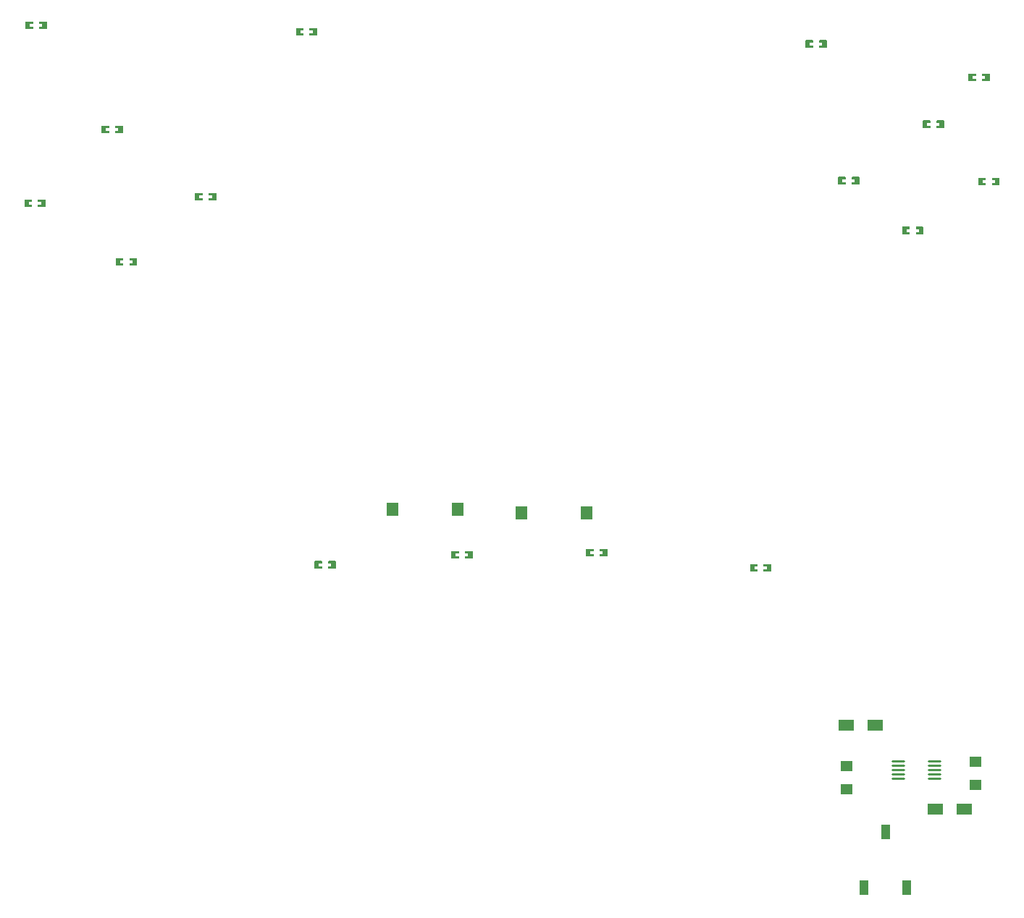
<source format=gtp>
G04 Layer: TopPasteMaskLayer*
G04 EasyEDA v6.5.5, 2022-06-05 13:50:50*
G04 bb107c5f8ef14f278ad1c4d5784ba212,a4ea12fd96744f7d9b8618c9b4952ea7,10*
G04 Gerber Generator version 0.2*
G04 Scale: 100 percent, Rotated: No, Reflected: No *
G04 Dimensions in millimeters *
G04 leading zeros omitted , absolute positions ,4 integer and 5 decimal *
%FSLAX45Y45*%
%MOMM*%

%ADD11C,0.2800*%
%ADD15R,1.4000X1.2000*%
%ADD17R,1.4000X1.5000*%

%LPD*%
G36*
X4001922Y4248708D02*
G01*
X3996893Y4243679D01*
X3996893Y4220921D01*
X4033875Y4220921D01*
X4033875Y4187901D01*
X3996893Y4187901D01*
X3996893Y4163720D01*
X4001922Y4158691D01*
X4081881Y4158691D01*
X4086910Y4163720D01*
X4086910Y4243679D01*
X4081881Y4248708D01*
G37*
G36*
X3842918Y4248708D02*
G01*
X3837889Y4243679D01*
X3837889Y4163720D01*
X3842918Y4158691D01*
X3921912Y4158691D01*
X3926890Y4163720D01*
X3926890Y4187901D01*
X3888892Y4187901D01*
X3888892Y4220921D01*
X3926890Y4220921D01*
X3926890Y4243679D01*
X3921912Y4248708D01*
G37*
G36*
X9094622Y4210608D02*
G01*
X9089593Y4205579D01*
X9089593Y4182821D01*
X9126575Y4182821D01*
X9126575Y4149801D01*
X9089593Y4149801D01*
X9089593Y4125620D01*
X9094622Y4120591D01*
X9174581Y4120591D01*
X9179610Y4125620D01*
X9179610Y4205579D01*
X9174581Y4210608D01*
G37*
G36*
X8935618Y4210608D02*
G01*
X8930589Y4205579D01*
X8930589Y4125620D01*
X8935618Y4120591D01*
X9014612Y4120591D01*
X9019590Y4125620D01*
X9019590Y4149801D01*
X8981592Y4149801D01*
X8981592Y4182821D01*
X9019590Y4182821D01*
X9019590Y4205579D01*
X9014612Y4210608D01*
G37*
G36*
X3786022Y10484408D02*
G01*
X3780993Y10479379D01*
X3780993Y10456621D01*
X3817975Y10456621D01*
X3817975Y10423601D01*
X3780993Y10423601D01*
X3780993Y10399420D01*
X3786022Y10394391D01*
X3865981Y10394391D01*
X3871010Y10399420D01*
X3871010Y10479379D01*
X3865981Y10484408D01*
G37*
G36*
X3627018Y10484408D02*
G01*
X3621989Y10479379D01*
X3621989Y10399420D01*
X3627018Y10394391D01*
X3706012Y10394391D01*
X3710990Y10399420D01*
X3710990Y10423601D01*
X3672992Y10423601D01*
X3672992Y10456621D01*
X3710990Y10456621D01*
X3710990Y10479379D01*
X3706012Y10484408D01*
G37*
G36*
X9742322Y10344708D02*
G01*
X9737293Y10339679D01*
X9737293Y10316921D01*
X9774275Y10316921D01*
X9774275Y10283901D01*
X9737293Y10283901D01*
X9737293Y10259720D01*
X9742322Y10254691D01*
X9822281Y10254691D01*
X9827310Y10259720D01*
X9827310Y10339679D01*
X9822281Y10344708D01*
G37*
G36*
X9583318Y10344708D02*
G01*
X9578289Y10339679D01*
X9578289Y10259720D01*
X9583318Y10254691D01*
X9662312Y10254691D01*
X9667290Y10259720D01*
X9667290Y10283901D01*
X9629292Y10283901D01*
X9629292Y10316921D01*
X9667290Y10316921D01*
X9667290Y10339679D01*
X9662312Y10344708D01*
G37*
G36*
X11602618Y8731808D02*
G01*
X11597589Y8726779D01*
X11597589Y8646820D01*
X11602618Y8641791D01*
X11682577Y8641791D01*
X11687606Y8646820D01*
X11687606Y8669578D01*
X11650624Y8669578D01*
X11650624Y8702598D01*
X11687606Y8702598D01*
X11687606Y8726779D01*
X11682577Y8731808D01*
G37*
G36*
X11762587Y8731808D02*
G01*
X11757609Y8726779D01*
X11757609Y8702598D01*
X11795607Y8702598D01*
X11795607Y8669578D01*
X11757609Y8669578D01*
X11757609Y8646820D01*
X11762587Y8641791D01*
X11841581Y8641791D01*
X11846610Y8646820D01*
X11846610Y8726779D01*
X11841581Y8731808D01*
G37*
G36*
X10713618Y8160308D02*
G01*
X10708589Y8155279D01*
X10708589Y8075320D01*
X10713618Y8070291D01*
X10793577Y8070291D01*
X10798606Y8075320D01*
X10798606Y8098078D01*
X10761624Y8098078D01*
X10761624Y8131098D01*
X10798606Y8131098D01*
X10798606Y8155279D01*
X10793577Y8160308D01*
G37*
G36*
X10873587Y8160308D02*
G01*
X10868609Y8155279D01*
X10868609Y8131098D01*
X10906607Y8131098D01*
X10906607Y8098078D01*
X10868609Y8098078D01*
X10868609Y8075320D01*
X10873587Y8070291D01*
X10952581Y8070291D01*
X10957610Y8075320D01*
X10957610Y8155279D01*
X10952581Y8160308D01*
G37*
G36*
X1518818Y7792008D02*
G01*
X1513789Y7786979D01*
X1513789Y7707020D01*
X1518818Y7701991D01*
X1598777Y7701991D01*
X1603806Y7707020D01*
X1603806Y7729778D01*
X1566824Y7729778D01*
X1566824Y7762798D01*
X1603806Y7762798D01*
X1603806Y7786979D01*
X1598777Y7792008D01*
G37*
G36*
X1678787Y7792008D02*
G01*
X1673809Y7786979D01*
X1673809Y7762798D01*
X1711807Y7762798D01*
X1711807Y7729778D01*
X1673809Y7729778D01*
X1673809Y7707020D01*
X1678787Y7701991D01*
X1757781Y7701991D01*
X1762810Y7707020D01*
X1762810Y7786979D01*
X1757781Y7792008D01*
G37*
G36*
X611022Y8477808D02*
G01*
X605993Y8472779D01*
X605993Y8450021D01*
X642975Y8450021D01*
X642975Y8417001D01*
X605993Y8417001D01*
X605993Y8392820D01*
X611022Y8387791D01*
X690981Y8387791D01*
X696010Y8392820D01*
X696010Y8472779D01*
X690981Y8477808D01*
G37*
G36*
X452018Y8477808D02*
G01*
X446989Y8472779D01*
X446989Y8392820D01*
X452018Y8387791D01*
X531012Y8387791D01*
X535990Y8392820D01*
X535990Y8417001D01*
X497992Y8417001D01*
X497992Y8450021D01*
X535990Y8450021D01*
X535990Y8472779D01*
X531012Y8477808D01*
G37*
G36*
X623722Y10560608D02*
G01*
X618693Y10555579D01*
X618693Y10532821D01*
X655675Y10532821D01*
X655675Y10499801D01*
X618693Y10499801D01*
X618693Y10475620D01*
X623722Y10470591D01*
X703681Y10470591D01*
X708710Y10475620D01*
X708710Y10555579D01*
X703681Y10560608D01*
G37*
G36*
X464718Y10560608D02*
G01*
X459689Y10555579D01*
X459689Y10475620D01*
X464718Y10470591D01*
X543712Y10470591D01*
X548690Y10475620D01*
X548690Y10499801D01*
X510692Y10499801D01*
X510692Y10532821D01*
X548690Y10532821D01*
X548690Y10555579D01*
X543712Y10560608D01*
G37*
G36*
X2445918Y8554008D02*
G01*
X2440889Y8548979D01*
X2440889Y8469020D01*
X2445918Y8463991D01*
X2525877Y8463991D01*
X2530906Y8469020D01*
X2530906Y8491778D01*
X2493924Y8491778D01*
X2493924Y8524798D01*
X2530906Y8524798D01*
X2530906Y8548979D01*
X2525877Y8554008D01*
G37*
G36*
X2605887Y8554008D02*
G01*
X2600909Y8548979D01*
X2600909Y8524798D01*
X2638907Y8524798D01*
X2638907Y8491778D01*
X2600909Y8491778D01*
X2600909Y8469020D01*
X2605887Y8463991D01*
X2684881Y8463991D01*
X2689910Y8469020D01*
X2689910Y8548979D01*
X2684881Y8554008D01*
G37*
G36*
X11647322Y9951008D02*
G01*
X11642293Y9945979D01*
X11642293Y9923221D01*
X11679275Y9923221D01*
X11679275Y9890201D01*
X11642293Y9890201D01*
X11642293Y9866020D01*
X11647322Y9860991D01*
X11727281Y9860991D01*
X11732310Y9866020D01*
X11732310Y9945979D01*
X11727281Y9951008D01*
G37*
G36*
X11488318Y9951008D02*
G01*
X11483289Y9945979D01*
X11483289Y9866020D01*
X11488318Y9860991D01*
X11567312Y9860991D01*
X11572290Y9866020D01*
X11572290Y9890201D01*
X11534292Y9890201D01*
X11534292Y9923221D01*
X11572290Y9923221D01*
X11572290Y9945979D01*
X11567312Y9951008D01*
G37*
G36*
X5602122Y4363008D02*
G01*
X5597093Y4357979D01*
X5597093Y4335221D01*
X5634075Y4335221D01*
X5634075Y4302201D01*
X5597093Y4302201D01*
X5597093Y4278020D01*
X5602122Y4272991D01*
X5682081Y4272991D01*
X5687110Y4278020D01*
X5687110Y4357979D01*
X5682081Y4363008D01*
G37*
G36*
X5443118Y4363008D02*
G01*
X5438089Y4357979D01*
X5438089Y4278020D01*
X5443118Y4272991D01*
X5522112Y4272991D01*
X5527090Y4278020D01*
X5527090Y4302201D01*
X5489092Y4302201D01*
X5489092Y4335221D01*
X5527090Y4335221D01*
X5527090Y4357979D01*
X5522112Y4363008D01*
G37*
G36*
X7176922Y4388408D02*
G01*
X7171893Y4383379D01*
X7171893Y4360621D01*
X7208875Y4360621D01*
X7208875Y4327601D01*
X7171893Y4327601D01*
X7171893Y4303420D01*
X7176922Y4298391D01*
X7256881Y4298391D01*
X7261910Y4303420D01*
X7261910Y4383379D01*
X7256881Y4388408D01*
G37*
G36*
X7017918Y4388408D02*
G01*
X7012889Y4383379D01*
X7012889Y4303420D01*
X7017918Y4298391D01*
X7096912Y4298391D01*
X7101890Y4303420D01*
X7101890Y4327601D01*
X7063892Y4327601D01*
X7063892Y4360621D01*
X7101890Y4360621D01*
X7101890Y4383379D01*
X7096912Y4388408D01*
G37*
G36*
X1512722Y9341408D02*
G01*
X1507693Y9336379D01*
X1507693Y9313621D01*
X1544675Y9313621D01*
X1544675Y9280601D01*
X1507693Y9280601D01*
X1507693Y9256420D01*
X1512722Y9251391D01*
X1592681Y9251391D01*
X1597710Y9256420D01*
X1597710Y9336379D01*
X1592681Y9341408D01*
G37*
G36*
X1353718Y9341408D02*
G01*
X1348689Y9336379D01*
X1348689Y9256420D01*
X1353718Y9251391D01*
X1432712Y9251391D01*
X1437690Y9256420D01*
X1437690Y9280601D01*
X1399692Y9280601D01*
X1399692Y9313621D01*
X1437690Y9313621D01*
X1437690Y9336379D01*
X1432712Y9341408D01*
G37*
G36*
X11113922Y9404908D02*
G01*
X11108893Y9399879D01*
X11108893Y9377121D01*
X11145875Y9377121D01*
X11145875Y9344101D01*
X11108893Y9344101D01*
X11108893Y9319920D01*
X11113922Y9314891D01*
X11193881Y9314891D01*
X11198910Y9319920D01*
X11198910Y9399879D01*
X11193881Y9404908D01*
G37*
G36*
X10954918Y9404908D02*
G01*
X10949889Y9399879D01*
X10949889Y9319920D01*
X10954918Y9314891D01*
X11033912Y9314891D01*
X11038890Y9319920D01*
X11038890Y9344101D01*
X11000892Y9344101D01*
X11000892Y9377121D01*
X11038890Y9377121D01*
X11038890Y9399879D01*
X11033912Y9404908D01*
G37*
G36*
X10123322Y8744508D02*
G01*
X10118293Y8739479D01*
X10118293Y8716721D01*
X10155275Y8716721D01*
X10155275Y8683701D01*
X10118293Y8683701D01*
X10118293Y8659520D01*
X10123322Y8654491D01*
X10203281Y8654491D01*
X10208310Y8659520D01*
X10208310Y8739479D01*
X10203281Y8744508D01*
G37*
G36*
X9964318Y8744508D02*
G01*
X9959289Y8739479D01*
X9959289Y8659520D01*
X9964318Y8654491D01*
X10043312Y8654491D01*
X10048290Y8659520D01*
X10048290Y8683701D01*
X10010292Y8683701D01*
X10010292Y8716721D01*
X10048290Y8716721D01*
X10048290Y8739479D01*
X10043312Y8744508D01*
G37*
D11*
X11015197Y1703400D02*
G01*
X11149197Y1703400D01*
X11015197Y1753412D02*
G01*
X11149197Y1753412D01*
X11015197Y1803400D02*
G01*
X11149197Y1803400D01*
X11015197Y1853412D02*
G01*
X11149197Y1853412D01*
X11015197Y1903399D02*
G01*
X11149197Y1903399D01*
X10593202Y1703400D02*
G01*
X10727202Y1703400D01*
X10593202Y1753412D02*
G01*
X10727202Y1753412D01*
X10593202Y1803400D02*
G01*
X10727202Y1803400D01*
X10593202Y1853412D02*
G01*
X10727202Y1853412D01*
X10593202Y1903399D02*
G01*
X10727202Y1903399D01*
G36*
X10315625Y339260D02*
G01*
X10215549Y339260D01*
X10215549Y509440D01*
X10315625Y509440D01*
G37*
G36*
X10565650Y989312D02*
G01*
X10465574Y989312D01*
X10465574Y1159238D01*
X10565650Y1159238D01*
G37*
G36*
X10815624Y339234D02*
G01*
X10715548Y339234D01*
X10715548Y509414D01*
X10815624Y509414D01*
G37*
G36*
X11345649Y1281399D02*
G01*
X11345649Y1411000D01*
X11521399Y1411000D01*
X11521399Y1281399D01*
G37*
G36*
X11184150Y1281399D02*
G01*
X11184150Y1411000D01*
X11008400Y1411000D01*
X11008400Y1281399D01*
G37*
G36*
X10304249Y2259299D02*
G01*
X10304249Y2388900D01*
X10479999Y2388900D01*
X10479999Y2259299D01*
G37*
G36*
X10142750Y2259299D02*
G01*
X10142750Y2388900D01*
X9967000Y2388900D01*
X9967000Y2259299D01*
G37*
D15*
G01*
X10058400Y1849501D03*
G01*
X10058400Y1579498D03*
G01*
X11569700Y1900301D03*
G01*
X11569700Y1630298D03*
D17*
G01*
X5510784Y4851400D03*
G01*
X4750815Y4851400D03*
G01*
X6262115Y4813300D03*
G01*
X7022084Y4813300D03*
M02*

</source>
